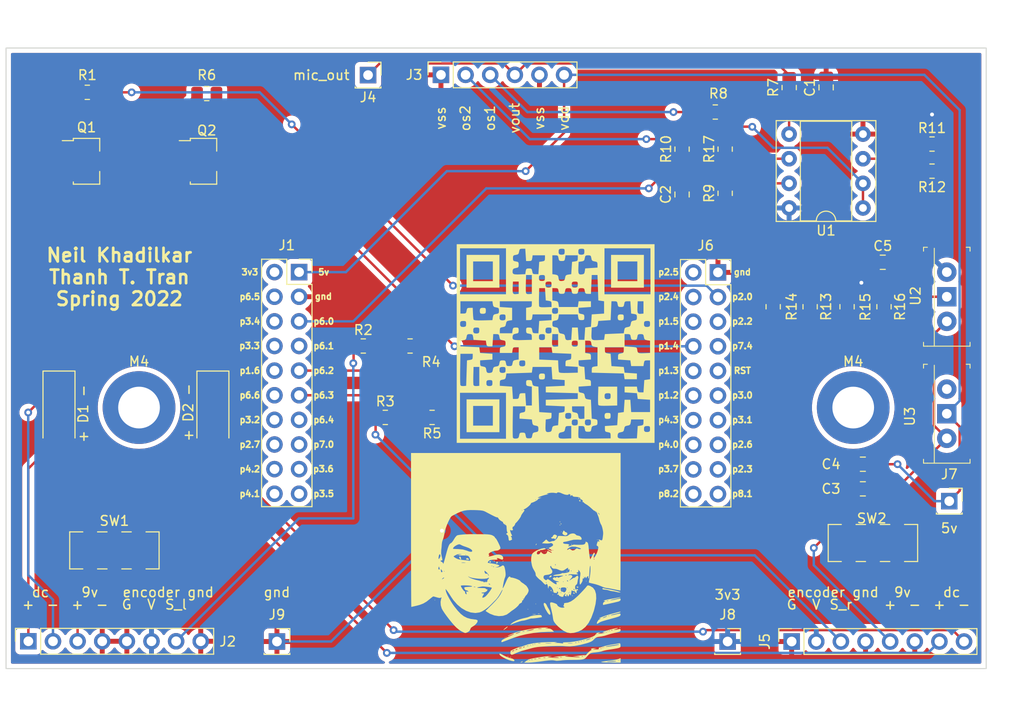
<source format=kicad_pcb>
(kicad_pcb (version 20211014) (generator pcbnew)
  (layers (0 "F.Cu" signal) (31 "B.Cu" signal) (34 "B.Paste" user) (35 "F.Paste" user) (36 "B.SilkS" user "B.Silkscreen") (37 "F.SilkS" user "F.Silkscreen") (38 "B.Mask" user) (39 "F.Mask" user) (44 "Edge.Cuts" user))
  (net 0 "")
  (net 1 "Net-(C3-Pad1)")
  (net 2 "GND")
  (net 3 "5V")
  (net 4 "Net-(Q1-Pad1)")
  (net 5 "Net-(Q2-Pad1)")
  (net 6 "P2.0")
  (net 7 "P6.2")
  (net 8 "P6.3")
  (net 9 "P1.4")
  (net 10 "Net-(C1-Pad1)")
  (net 11 "MIC_OUT")
  (net 12 "OS1")
  (net 13 "Net-(C2-Pad1)")
  (net 14 "Net-(R17-Pad1)")
  (net 15 "P6.0")
  (net 16 "HALF_RAIL")
  (net 17 "Net-(R11-Pad1)")
  (net 18 "Net-(R13-Pad2)")
  (net 19 "3.3V")
  (net 21 "Sl")
  (net 36 "Sr")
  (net 54 "dc -l")
  (net 55 "dc +l")
  (net 56 "9v +l")
  (net 57 "9v +r")
  (net 58 "dc -r")
  (footprint "Connector_PinSocket_2.54mm:PinSocket_1x08_P2.54mm_Vertical" (layer "F.Cu") (at 250.19 152.4 90)
    (fp_text reference "J5" (at 0 -2.77 90) (layer "F.SilkS"))
    (fp_text value "Conn_01x08_Female")
    (pad "1" thru_hole rect (at 0 0 90) (size 1.7 1.7) (drill 1) (layers *.Cu *.Mask) (net 2 "GND"))
    (pad "2" thru_hole oval (at 0 2.54 90) (size 1.7 1.7) (drill 1) (layers *.Cu *.Mask) (net 19 "3.3V"))
    (pad "3" thru_hole oval (at 0 5.08 90) (size 1.7 1.7) (drill 1) (layers *.Cu *.Mask) (net 36 "Sr"))
    (pad "4" thru_hole oval (at 0 7.62 90) (size 1.7 1.7) (drill 1) (layers *.Cu *.Mask) (net 2 "GND"))
    (pad "5" thru_hole oval (at 0 10.16 90) (size 1.7 1.7) (drill 1) (layers *.Cu *.Mask) (net 57 "9v +r"))
    (pad "6" thru_hole oval (at 0 12.7 90) (size 1.7 1.7) (drill 1) (layers *.Cu *.Mask) (net 2 "GND"))
    (pad "7" thru_hole oval (at 0 15.24 90) (size 1.7 1.7) (drill 1) (layers *.Cu *.Mask) (net 55 "dc +l"))
    (pad "8" thru_hole oval (at 0 17.78 90) (size 1.7 1.7) (drill 1) (layers *.Cu *.Mask) (net 58 "dc -r"))
  )
  (footprint "Diode_SMD:D_SMA_Handsoldering" (layer "F.Cu") (at 174.625 128.905 -90)
    (fp_text reference "+ D1 -" (at 0 -2.499995 90) (layer "F.SilkS"))
    (fp_text value "DIODE")
    (pad "1" smd rect (at -2.5 0 270) (size 3.5 1.8) (layers "F.Cu" "F.Paste" "F.Mask") (net 54 "dc -l"))
    (pad "2" smd rect (at 2.5 0 270) (size 3.5 1.8) (layers "F.Cu" "F.Paste" "F.Mask") (net 55 "dc +l"))
  )
  (footprint "Neil_Thanh:Neil_Thanh_085" (layer "F.Cu") (at 221.742 143.764)
    (fp_text reference "G***" hide)
    (fp_text value "LOGO" hide)
  )
  (footprint "Capacitor_SMD:C_0805_2012Metric_Pad1.18x1.45mm_HandSolder" (layer "F.Cu") (at 259.588 113.284)
    (fp_text reference "C5" (at 0 -1.68) (layer "F.SilkS"))
    (fp_text value "10 uF")
    (pad "1" smd roundrect (at -1.0375 0) (size 1.175 1.45) (layers "F.Cu" "F.Paste" "F.Mask") (roundrect_rratio 0.212766) (net 19 "3.3V"))
    (pad "2" smd roundrect (at 1.0375 0) (size 1.175 1.45) (layers "F.Cu" "F.Paste" "F.Mask") (roundrect_rratio 0.212766) (net 2 "GND"))
  )
  (footprint "sixteen_b_car:SW_DPDT_CK_JS202011JCQN" (layer "F.Cu") (at 258.572 142.24)
    (fp_text reference "SW2" (at -0.127 -2.54) (layer "F.SilkS"))
    (fp_text value "SW_DIP_x01")
    (pad "1" smd rect (at -2.5 -1.2) (size 1 1.6) (layers "F.Cu" "F.Paste" "F.Mask") (net 57 "9v +r"))
    (pad "2" smd rect (at 0 -1.2) (size 1 1.6) (layers "F.Cu" "F.Paste" "F.Mask") (net 1 "Net-(C3-Pad1)"))
    (pad "3" smd rect (at 2.5 -1.2) (size 1 1.6) (layers "F.Cu" "F.Paste" "F.Mask"))
    (pad "4" smd rect (at -2.5 1.2) (size 1 1.6) (layers "F.Cu" "F.Paste" "F.Mask"))
    (pad "5" smd rect (at 0 1.2) (size 1 1.6) (layers "F.Cu" "F.Paste" "F.Mask"))
    (pad "6" smd rect (at 2.5 1.2) (size 1 1.6) (layers "F.Cu" "F.Paste" "F.Mask"))
  )
  (footprint "MountingHole:MountingHole_4.3mm_M4_DIN965_Pad" (layer "F.Cu") (at 256.54 128.27)
    (fp_text reference "M4" (at 0 -4.750003) (layer "F.SilkS"))
    (fp_text value "MountingHole_4.3mm_M4_DIN965_Pad")
    (pad "1" thru_hole circle (at 0 0) (size 7.5 7.5) (drill 4.3) (layers *.Cu *.Mask))
  )
  (footprint "Resistor_SMD:R_0805_2012Metric_Pad1.20x1.40mm_HandSolder" (layer "F.Cu") (at 243.332 106.172 90)
    (fp_text reference "R9" (at 0 -1.65 90) (layer "F.SilkS"))
    (fp_text value "1 kOhms")
    (pad "1" smd roundrect (at -1 0 90) (size 1.2 1.4) (layers "F.Cu" "F.Paste" "F.Mask") (roundrect_rratio 0.208333) (net 13 "Net-(C2-Pad1)"))
    (pad "2" smd roundrect (at 1 0 90) (size 1.2 1.4) (layers "F.Cu" "F.Paste" "F.Mask") (roundrect_rratio 0.208333) (net 14 "Net-(R17-Pad1)"))
  )
  (footprint "sixteen_b_car:SW_DPDT_CK_JS202011JCQN" (layer "F.Cu") (at 180.34 143.002)
    (fp_text reference "SW1" (at 0 -3.05) (layer "F.SilkS"))
    (fp_text value "SW_DIP_x01")
    (pad "1" smd rect (at -2.5 -1.2) (size 1 1.6) (layers "F.Cu" "F.Paste" "F.Mask") (net 56 "9v +l"))
    (pad "2" smd rect (at 0 -1.2) (size 1 1.6) (layers "F.Cu" "F.Paste" "F.Mask") (net 55 "dc +l"))
    (pad "3" smd rect (at 2.5 -1.2) (size 1 1.6) (layers "F.Cu" "F.Paste" "F.Mask"))
    (pad "4" smd rect (at -2.5 1.2) (size 1 1.6) (layers "F.Cu" "F.Paste" "F.Mask"))
    (pad "5" smd rect (at 0 1.2) (size 1 1.6) (layers "F.Cu" "F.Paste" "F.Mask"))
    (pad "6" smd rect (at 2.5 1.2) (size 1 1.6) (layers "F.Cu" "F.Paste" "F.Mask"))
  )
  (footprint "Connector_PinSocket_2.54mm:PinSocket_1x06_P2.54mm_Vertical" (layer "F.Cu") (at 214.02 93.955 90)
    (fp_text reference "J3" (at 0 -2.77 180) (layer "F.SilkS"))
    (fp_text value "Conn_01x06_Female")
    (pad "1" thru_hole rect (at 0 0 90) (size 1.7 1.7) (drill 1) (layers *.Cu *.Mask) (net 2 "GND"))
    (pad "2" thru_hole oval (at 0 2.54 90) (size 1.7 1.7) (drill 1) (layers *.Cu *.Mask) (net 16 "HALF_RAIL"))
    (pad "3" thru_hole oval (at 0 5.08 90) (size 1.7 1.7) (drill 1) (layers *.Cu *.Mask) (net 12 "OS1"))
    (pad "4" thru_hole oval (at 0 7.62 90) (size 1.7 1.7) (drill 1) (layers *.Cu *.Mask) (net 11 "MIC_OUT"))
    (pad "5" thru_hole oval (at 0 10.16 90) (size 1.7 1.7) (drill 1) (layers *.Cu *.Mask) (net 2 "GND"))
    (pad "6" thru_hole oval (at 0 12.7 90) (size 1.7 1.7) (drill 1) (layers *.Cu *.Mask) (net 3 "5V"))
  )
  (footprint "Diode_SMD:D_SMA_Handsoldering" (layer "F.Cu") (at 190.5 128.905 -90)
    (fp_text reference "+ D2 -" (at -0.127 2.54 90) (layer "F.SilkS"))
    (fp_text value "DIODE")
    (pad "1" smd rect (at -2.5 0 270) (size 3.5 1.8) (layers "F.Cu" "F.Paste" "F.Mask") (net 58 "dc -r"))
    (pad "2" smd rect (at 2.5 0 270) (size 3.5 1.8) (layers "F.Cu" "F.Paste" "F.Mask") (net 55 "dc +l"))
  )
  (footprint "Resistor_SMD:R_0805_2012Metric_Pad1.20x1.40mm_HandSolder" (layer "F.Cu") (at 177.546 95.758 180)
    (fp_text reference "R1" (at 0 1.778) (layer "F.SilkS"))
    (fp_text value "1.5 kOhms")
    (pad "1" smd roundrect (at -1 0 180) (size 1.2 1.4) (layers "F.Cu" "F.Paste" "F.Mask") (roundrect_rratio 0.208333) (net 6 "P2.0"))
    (pad "2" smd roundrect (at 1 0 180) (size 1.2 1.4) (layers "F.Cu" "F.Paste" "F.Mask") (roundrect_rratio 0.208333) (net 4 "Net-(Q1-Pad1)"))
  )
  (footprint "Package_TO_SOT_SMD:SOT-89-3_Handsoldering" (layer "F.Cu") (at 177.165 102.87)
    (fp_text reference "Q1" (at 0.3 -3.5) (layer "F.SilkS"))
    (fp_text value "Q_NPN_BCE")
    (pad "1" smd rect (at -2.15 -1.5) (size 2.3 0.9) (layers "F.Cu" "F.Paste" "F.Mask") (net 4 "Net-(Q1-Pad1)"))
    (pad "2" smd custom (at -2.0625 0) (size 2.475 0.9) (layers "F.Cu" "F.Paste" "F.Mask") (net 54 "dc -l") (options (clearance outline) (anchor rect)) (primitives (gr_poly (pts (xy 5.3625 0.8665) (xy 1.2375 0.8665) (xy 1.2375 -0.8665) (xy 5.3625 -0.8665)) (width 0) (fill yes))))
    (pad "3" smd rect (at -2.15 1.5) (size 2.3 0.9) (layers "F.Cu" "F.Paste" "F.Mask") (net 2 "GND"))
  )
  (footprint "Capacitor_SMD:C_0805_2012Metric_Pad1.18x1.45mm_HandSolder" (layer "F.Cu") (at 257.5345 134.112 180)
    (fp_text reference "C4" (at 3.2805 0) (layer "F.SilkS"))
    (fp_text value "100 nF")
    (pad "1" smd roundrect (at -1.0375 0 180) (size 1.175 1.45) (layers "F.Cu" "F.Paste" "F.Mask") (roundrect_rratio 0.212766) (net 3 "5V"))
    (pad "2" smd roundrect (at 1.0375 0 180) (size 1.175 1.45) (layers "F.Cu" "F.Paste" "F.Mask") (roundrect_rratio 0.212766) (net 2 "GND"))
  )
  (footprint "Resistor_SMD:R_0805_2012Metric_Pad1.20x1.40mm_HandSolder" (layer "F.Cu") (at 249.936 95.266 90)
    (fp_text reference "R7" (at 0 -1.65 90) (layer "F.SilkS"))
    (fp_text value "40 kOhms")
    (pad "1" smd roundrect (at -1 0 90) (size 1.2 1.4) (layers "F.Cu" "F.Paste" "F.Mask") (roundrect_rratio 0.208333) (net 10 "Net-(C1-Pad1)"))
    (pad "2" smd roundrect (at 1 0 90) (size 1.2 1.4) (layers "F.Cu" "F.Paste" "F.Mask") (roundrect_rratio 0.208333) (net 11 "MIC_OUT"))
  )
  (footprint "MountingHole:MountingHole_4.3mm_M4_DIN965_Pad" (layer "F.Cu") (at 182.88 128.27)
    (fp_text reference "M4" (at 0 -4.750003) (layer "F.SilkS"))
    (fp_text value "MountingHole_4.3mm_M4_DIN965_Pad")
    (pad "1" thru_hole circle (at 0 0) (size 7.5 7.5) (drill 4.3) (layers *.Cu *.Mask))
  )
  (footprint "Connector_PinSocket_2.54mm:PinSocket_1x01_P2.54mm_Vertical" (layer "F.Cu") (at 197.104 152.4)
    (fp_text reference "J9" (at 0 -2.77) (layer "F.SilkS"))
    (fp_text value "Conn_01x01_Female")
    (pad "1" thru_hole rect (at 0 0) (size 1.7 1.7) (drill 1) (layers *.Cu *.Mask) (net 2 "GND"))
  )
  (footprint "Resistor_SMD:R_0805_2012Metric_Pad1.20x1.40mm_HandSolder" (layer "F.Cu") (at 206.01 121.92)
    (fp_text reference "R2" (at 0 -1.65) (layer "F.SilkS"))
    (fp_text value "1 kOhms")
    (pad "1" smd roundrect (at -1 0) (size 1.2 1.4) (layers "F.Cu" "F.Paste" "F.Mask") (roundrect_rratio 0.208333) (net 21 "Sl"))
    (pad "2" smd roundrect (at 1 0) (size 1.2 1.4) (layers "F.Cu" "F.Paste" "F.Mask") (roundrect_rratio 0.208333) (net 7 "P6.2"))
  )
  (footprint "Neil_Thanh:github_qr" (layer "F.Cu") (at 225.806 121.666)
    (fp_text reference "G***" hide)
    (fp_text value "LOGO" hide)
  )
  (footprint "Resistor_SMD:R_0805_2012Metric_Pad1.20x1.40mm_HandSolder" (layer "F.Cu") (at 252.095 117.872 -90)
    (fp_text reference "R13" (at 0 -1.65 90) (layer "F.SilkS"))
    (fp_text value "1 kOhms")
    (pad "1" smd roundrect (at -1 0 270) (size 1.2 1.4) (layers "F.Cu" "F.Paste" "F.Mask") (roundrect_rratio 0.208333) (net 19 "3.3V"))
    (pad "2" smd roundrect (at 1 0 270) (size 1.2 1.4) (layers "F.Cu" "F.Paste" "F.Mask") (roundrect_rratio 0.208333) (net 18 "Net-(R13-Pad2)"))
  )
  (footprint "Resistor_SMD:R_0805_2012Metric_Pad1.20x1.40mm_HandSolder" (layer "F.Cu") (at 213.106 129.286 180)
    (fp_text reference "R5" (at 0 -1.65) (layer "F.SilkS"))
    (fp_text value "2 kOhms")
    (pad "1" smd roundrect (at -1 0 180) (size 1.2 1.4) (layers "F.Cu" "F.Paste" "F.Mask") (roundrect_rratio 0.208333) (net 2 "GND"))
    (pad "2" smd roundrect (at 1 0 180) (size 1.2 1.4) (layers "F.Cu" "F.Paste" "F.Mask") (roundrect_rratio 0.208333) (net 8 "P6.3"))
  )
  (footprint "Connector_PinSocket_2.54mm:PinSocket_1x08_P2.54mm_Vertical" (layer "F.Cu") (at 171.465 152.375 90)
    (fp_text reference "J2" (at -0.025 20.559 180) (layer "F.SilkS"))
    (fp_text value "Conn_01x08_Female")
    (pad "1" thru_hole rect (at 0 0 90) (size 1.7 1.7) (drill 1) (layers *.Cu *.Mask) (net 55 "dc +l"))
    (pad "2" thru_hole oval (at 0 2.54 90) (size 1.7 1.7) (drill 1) (layers *.Cu *.Mask) (net 54 "dc -l"))
    (pad "3" thru_hole oval (at 0 5.08 90) (size 1.7 1.7) (drill 1) (layers *.Cu *.Mask) (net 56 "9v +l"))
    (pad "4" thru_hole oval (at 0 7.62 90) (size 1.7 1.7) (drill 1) (layers *.Cu *.Mask) (net 2 "GND"))
    (pad "5" thru_hole oval (at 0 10.16 90) (size 1.7 1.7) (drill 1) (layers *.Cu *.Mask) (net 2 "GND"))
    (pad "6" thru_hole oval (at 0 12.7 90) (size 1.7 1.7) (drill 1) (layers *.Cu *.Mask) (net 19 "3.3V"))
    (pad "7" thru_hole oval (at 0 15.24 90) (size 1.7 1.7) (drill 1) (layers *.Cu *.Mask) (net 21 "Sl"))
    (pad "8" thru_hole oval (at 0 17.78 90) (size 1.7 1.7) (drill 1) (layers *.Cu *.Mask) (net 2 "GND"))
  )
  (footprint "Resistor_SMD:R_0805_2012Metric_Pad1.20x1.40mm_HandSolder" (layer "F.Cu") (at 255.905 117.872 -90)
    (fp_text reference "R15" (at 0.033256 -1.89 90) (layer "F.SilkS"))
    (fp_text value "1 kOhms")
    (pad "1" smd roundrect (at -1 0 270) (size 1.2 1.4) (layers "F.Cu" "F.Paste" "F.Mask") (roundrect_rratio 0.208333) (net 19 "3.3V"))
    (pad "2" smd roundrect (at 1 0 270) (size 1.2 1.4) (layers "F.Cu" "F.Paste" "F.Mask") (roundrect_rratio 0.208333) (net 18 "Net-(R13-Pad2)"))
  )
  (footprint "Connector_PinSocket_2.54mm:PinSocket_2x10_P2.54mm_Vertical" (layer "F.Cu") (at 242.59 114.33)
    (fp_text reference "J6" (at -1.27 -2.77) (layer "F.SilkS"))
    (fp_text value "Conn_02x10_Odd_Even")
    (pad "1" thru_hole rect (at 0 0) (size 1.7 1.7) (drill 1) (layers *.Cu *.Mask) (net 2 "GND"))
    (pad "2" thru_hole oval (at -2.54 0) (size 1.7 1.7) (drill 1) (layers *.Cu *.Mask))
    (pad "3" thru_hole oval (at 0 2.54) (size 1.7 1.7) (drill 1) (layers *.Cu *.Mask) (net 6 "P2.0"))
    (pad "4" thru_hole oval (at -2.54 2.54) (size 1.7 1.7) (drill 1) (layers *.Cu *.Mask))
    (pad "5" thru_hole oval (at 0 5.08) (size 1.7 1.7) (drill 1) (layers *.Cu *.Mask))
    (pad "6" thru_hole oval (at -2.54 5.08) (size 1.7 1.7) (drill 1) (layers *.Cu *.Mask))
    (pad "7" thru_hole oval (at 0 7.62) (size 1.7 1.7) (drill 1) (layers *.Cu *.Mask))
    (pad "8" thru_hole oval (at -2.54 7.62) (size 1.7 1.7) (drill 1) (layers *.Cu *.Mask) (net 9 "P1.4"))
    (pad "9" thru_hole oval (at 0 10.16) (size 1.7 1.7) (drill 1) (layers *.Cu *.Mask))
    (pad "10" thru_hole oval (at -2.54 10.16) (size 1.7 1.7) (drill 1) (layers *.Cu *.Mask))
    (pad "11" thru_hole oval (at 0 12.7) (size 1.7 1.7) (drill 1) (layers *.Cu *.Mask))
    (pad "12" thru_hole oval (at -2.54 12.7) (size 1.7 1.7) (drill 1) (layers *.Cu *.Mask))
    (pad "13" thru_hole oval (at 0 15.24) (size 1.7 1.7) (drill 1) (layers *.Cu *.Mask))
    (pad "14" thru_hole oval (at -2.54 15.24) (size 1.7 1.7) (drill 1) (layers *.Cu *.Mask))
    (pad "15" thru_hole oval (at 0 17.78) (size 1.7 1.7) (drill 1) (layers *.Cu *.Mask))
    (pad "16" thru_hole oval (at -2.54 17.78) (size 1.7 1.7) (drill 1) (layers *.Cu *.Mask))
    (pad "17" thru_hole oval (at 0 20.32) (size 1.7 1.7) (drill 1) (layers *.Cu *.Mask))
    (pad "18" thru_hole oval (at -2.54 20.32) (size 1.7 1.7) (drill 1) (layers *.Cu *.Mask))
    (pad "19" thru_hole oval (at 0 22.86) (size 1.7 1.7) (drill 1) (layers *.Cu *.Mask))
    (pad "20" thru_hole oval (at -2.54 22.86) (size 1.7 1.7) (drill 1) (layers *.Cu *.Mask))
  )
  (footprint "Connector_PinSocket_2.54mm:PinSocket_2x10_P2.54mm_Vertical" (layer "F.Cu") (at 199.39 114.3)
    (fp_text reference "J1" (at -1.27 -2.77) (layer "F.SilkS"))
    (fp_text value "Conn_02x10_Odd_Even")
    (pad "1" thru_hole rect (at 0 0) (size 1.7 1.7) (drill 1) (layers *.Cu *.Mask) (net 3 "5V"))
    (pad "2" thru_hole oval (at -2.54 0) (size 1.7 1.7) (drill 1) (layers *.Cu *.Mask))
    (pad "3" thru_hole oval (at 0 2.54) (size 1.7 1.7) (drill 1) (layers *.Cu *.Mask) (net 2 "GND"))
    (pad "4" thru_hole oval (at -2.54 2.54) (size 1.7 1.7) (drill 1) (layers *.Cu *.Mask))
    (pad "5" thru_hole oval (at 0 5.08) (size 1.7 1.7) (drill 1) (layers *.Cu *.Mask) (net 15 "P6.0"))
    (pad "6" thru_hole oval (at -2.54 5.08) (size 1.7 1.7) (drill 1) (layers *.Cu *.Mask))
    (pad "7" thru_hole oval (at 0 7.62) (size 1.7 1.7) (drill 1) (layers *.Cu *.Mask))
    (pad "8" thru_hole oval (at -2.54 7.62) (size 1.7 1.7) (drill 1) (layers *.Cu *.Mask))
    (pad "9" thru_hole oval (at 0 10.16) (size 1.7 1.7) (drill 1) (layers *.Cu *.Mask) (net 7 "P6.2"))
    (pad "10" thru_hole oval (at -2.54 10.16) (size 1.7 1.7) (drill 1) (layers *.Cu *.Mask))
    (pad "11" thru_hole oval (at 0 12.7) (size 1.7 1.7) (drill 1) (layers *.Cu *.Mask) (net 8 "P6.3"))
    (pad "12" thru_hole oval (at -2.54 12.7) (size 1.7 1.7) (drill 1) (layers *.Cu *.Mask))
    (pad "13" thru_hole oval (at 0 15.24) (size 1.7 1.7) (drill 1) (layers *.Cu *.Mask))
    (pad "14" thru_hole oval (at -2.54 15.24) (size 1.7 1.7) (drill 1) (layers *.Cu *.Mask))
    (pad "15" thru_hole oval (at 0 17.78) (size 1.7 1.7) (drill 1) (layers *.Cu *.Mask))
    (pad "16" thru_hole oval (at -2.54 17.78) (size 1.7 1.7) (drill 1) (layers *.Cu *.Mask))
    (pad "17" thru_hole oval (at 0 20.32) (size 1.7 1.7) (drill 1) (layers *.Cu *.Mask))
    (pad "18" thru_hole oval (at -2.54 20.32) (size 1.7 1.7) (drill 1) (layers *.Cu *.Mask))
    (pad "19" thru_hole oval (at 0 22.86) (size 1.7 1.7) (drill 1) (layers *.Cu *.Mask))
    (pad "20" thru_hole oval (at -2.54 22.86) (size 1.7 1.7) (drill 1) (layers *.Cu *.Mask))
  )
  (footprint "Resistor_SMD:R_0805_2012Metric_Pad1.20x1.40mm_HandSolder" (layer "F.Cu") (at 243.332 101.616 90)
    (fp_text reference "R17" (at 0 -1.65 90) (layer "F.SilkS"))
    (fp_text value "1 kOhms")
    (pad "1" smd roundrect (at -1 0 90) (size 1.2 1.4) (layers "F.Cu" "F.Paste" "F.Mask") (roundrect_rratio 0.208333) (net 14 "Net-(R17-Pad1)"))
    (pad "2" smd roundrect (at 1 0 90) (size 1.2 1.4) (layers "F.Cu" "F.Paste" "F.Mask") (roundrect_rratio 0.208333) (net 16 "HALF_RAIL"))
  )
  (footprint "Resistor_SMD:R_0805_2012Metric_Pad1.20x1.40mm_HandSolder" (layer "F.Cu") (at 189.865 95.885 180)
    (fp_text reference "R6" (at 0 1.905) (layer "F.SilkS"))
    (fp_text value "1.5 kOhms")
    (pad "1" smd roundrect (at -1 0 180) (size 1.2 1.4) (layers "F.Cu" "F.Paste" "F.Mask") (roundrect_rratio 0.208333) (net 9 "P1.4"))
    (pad "2" smd roundrect (at 1 0 180) (size 1.2 1.4) (layers "F.Cu" "F.Paste" "F.Mask") (roundrect_rratio 0.208333) (net 5 "Net-(Q2-Pad1)"))
  )
  (footprint "Resistor_SMD:R_0805_2012Metric_Pad1.20x1.40mm_HandSolder" (layer "F.Cu") (at 264.668 103.886 180)
    (fp_text reference "R12" (at 0 -1.65) (layer "F.SilkS"))
    (fp_text value "10 kOhms")
    (pad "1" smd roundrect (at -1 0 180) (size 1.2 1.4) (layers "F.Cu" "F.Paste" "F.Mask") (roundrect_rratio 0.208333) (net 2 "GND"))
    (pad "2" smd roundrect (at 1 0 180) (size 1.2 1.4) (layers "F.Cu" "F.Paste" "F.Mask") (roundrect_rratio 0.208333) (net 17 "Net-(R11-Pad1)"))
  )
  (footprint "digikey-footprints:TO-220-3" (layer "F.Cu") (at 266.192 119.38 90)
    (fp_text reference "U2" (at 2.62 -3.22 90) (layer "F.SilkS"))
    (fp_text value "LM317T")
    (pad "1" thru_hole circle (at 0 0 90) (size 2 2) (drill 1) (layers *.Cu *.Mask) (net 1 "Net-(C3-Pad1)"))
    (pad "2" thru_hole rect (at 2.54 0 90) (size 2 2) (drill 1) (layers *.Cu *.Mask) (net 18 "Net-(R13-Pad2)"))
    (pad "3" thru_hole circle (at 5.08 0 90) (size 2 2) (drill 1) (layers *.Cu *.Mask) (net 19 "3.3V"))
  )
  (footprint "Resistor_SMD:R_0805_2012Metric_Pad1.20x1.40mm_HandSolder" (layer "F.Cu") (at 208.28 129.286)
    (fp_text reference "R3" (at 0 -1.65) (layer "F.SilkS"))
    (fp_text value "1 kOhms")
    (pad "1" smd roundrect (at -1 0) (size 1.2 1.4) (layers "F.Cu" "F.Paste" "F.Mask") (roundrect_rratio 0.208333) (net 36 "Sr"))
    (pad "2" smd roundrect (at 1 0) (size 1.2 1.4) (layers "F.Cu" "F.Paste" "F.Mask") (roundrect_rratio 0.208333) (net 8 "P6.3"))
  )
  (footprint "Package_TO_SOT_SMD:SOT-89-3_Handsoldering" (layer "F.Cu") (at 189.23 102.87)
    (fp_text reference "Q2" (at 0.635 -3.175 180) (layer "F.SilkS"))
    (fp_text value "Q_NPN_BCE")
    (pad "1" smd rect (at -2.15 -1.5) (size 2.3 0.9) (layers "F.Cu" "F.Paste" "F.Mask") (net 5 "Net-(Q2-Pad1)"))
    (pad "2" smd custom (at -2.0625 0) (size 2.475 0.9) (layers "F.Cu" "F.Paste" "F.Mask") (net 58 "dc -r") (options (clearance outline) (anchor rect)) (primitives (gr_poly (pts (xy 5.3625 0.8665) (xy 1.2375 0.8665) (xy 1.2375 -0.8665) (xy 5.3625 -0.8665)) (width 0) (fill yes))))
    (pad "3" smd rect (at -2.15 1.5) (size 2.3 0.9) (layers "F.Cu" "F.Paste" "F.Mask") (net 2 "GND"))
  )
  (footprint "Capacitor_SMD:C_0805_2012Metric_Pad1.18x1.45mm_HandSolder" (layer "F.Cu") (at 238.887 106.2935 90)
    (fp_text reference "C2" (at 0 -1.68 90) (layer "F.SilkS"))
    (fp_text value "100 nF")
    (pad "1" smd roundrect (at -1.0375 0 90) (size 1.175 1.45) (layers "F.Cu" "F.Paste" "F.Mask") (roundrect_rratio 0.212766) (net 13 "Net-(C2-Pad1)"))
    (pad "2" smd roundrect (at 1.0375 0 90) (size 1.175 1.45) (layers "F.Cu" "F.Paste" "F.Mask") (roundrect_rratio 0.212766) (net 15 "P6.0"))
  )
  (footprint "Resistor_SMD:R_0805_2012Metric_Pad1.20x1.40mm_HandSolder" (layer "F.Cu") (at 259.715 117.872 -90)
    (fp_text reference "R16" (at 0 -1.65 90) (layer "F.SilkS"))
    (fp_text value "2 kOhms")
    (pad "1" smd roundrect (at -1 0 270) (size 1.2 1.4) (layers "F.Cu" "F.Paste" "F.Mask") (roundrect_rratio 0.208333) (net 18 "Net-(R13-Pad2)"))
    (pad "2" smd roundrect (at 1 0 270) (size 1.2 1.4) (layers "F.Cu" "F.Paste" "F.Mask") (roundrect_rratio 0.208333) (net 2 "GND"))
  )
  (footprint "sixteen_b_car:lm6482_pdip" (layer "F.Cu") (at 257.546 107.686 180)
    (fp_text reference "U1" (at 3.81 -2.33) (layer "F.SilkS"))
    (fp_text value "LM6482IN/NOPB")
    (pad "1" thru_hole circle (at 0 0 180) (size 1.6 1.6) (drill 0.8) (layers *.Cu *.Mask) (net 16 "HALF_RAIL"))
    (pad "2" thru_hole oval (at 0 2.54 180) (size 1.6 1.6) (drill 0.8) (layers *.Cu *.Mask) (net 16 "HALF_RAIL"))
    (pad "3" thru_hole oval (at 0 5.08 180) (size 1.6 1.6) (drill 0.8) (layers *.Cu *.Mask) (net 17 "Net-(R11-Pad1)"))
    (pad "4" thru_hole oval (at 0 7.62 180) (size 1.6 1.6) (drill 0.8) (layers *.Cu *.Mask) (net 2 "GND"))
    (pad "5" thru_hole oval (at 7.62 7.62 180) (size 1.6 1.6) (drill 0.8) (layers *.Cu *.Mask) (net 10 "Net-(C1-Pad1)"))
    (pad "6" thru_hole oval (at 7.62 5.08 180) (size 1.6 1.6) (drill 0.8) (layers *.Cu *.Mask) (net 14 "Net-(R17-Pad1)"))
    (pad "7" thru_hole oval (at 7.62 2.54 180) (size 1.6 1.6) (drill 0.8) (layers *.Cu *.Mask) (net 13 "Net-(C2-Pad1)"))
    (pad "8" thru_hole oval (at 7.62 0 180) (size 1.6 1.6) (drill 0.8) (layers *.Cu *.Mask) (net 19 "3.3V"))
  )
  (footprint "Resistor_SMD:R_0805_2012Metric_Pad1.20x1.40mm_HandSolder" (layer "F.Cu") (at 248.285 117.872 90)
    (fp_text reference "R14" (at 0 1.905 90) (layer "F.SilkS"))
    (fp_text value "1.5 kOhms")
    (pad "1" smd roundrect (at -1 0 90) (size 1.2 1.4) (layers "F.Cu" "F.Paste" "F.Mask") (roundrect_rratio 0.208333) (net 18 "Net-(R13-Pad2)"))
    (pad "2" smd roundrect (at 1 0 90) (size 1.2 1.4) (layers "F.Cu" "F.Paste" "F.Mask") (roundrect_rratio 0.208333) (net 2 "GND"))
  )
  (footprint "Connector_PinSocket_2.54mm:PinSocket_1x01_P2.54mm_Vertical" (layer "F.Cu") (at 206.502 93.98)
    (fp_text reference "J4" (at 0 2.286) (layer "F.SilkS"))
    (fp_text value "Conn_01x01_Female")
    (pad "1" thru_hole rect (at 0 0) (size 1.7 1.7) (drill 1) (layers *.Cu *.Mask) (net 11 "MIC_OUT"))
  )
  (footprint "Resistor_SMD:R_0805_2012Metric_Pad1.20x1.40mm_HandSolder" (layer "F.Cu") (at 264.668 101.092)
    (fp_text reference "R11" (at 0 -1.65) (layer "F.SilkS"))
    (fp_text value "10 kOhms")
    (pad "1" smd roundrect (at -1 0) (size 1.2 1.4) (layers "F.Cu" "F.Paste" "F.Mask") (roundrect_rratio 0.208333) (net 17 "Net-(R11-Pad1)"))
    (pad "2" smd roundrect (at 1 0) (size 1.2 1.4) (layers "F.Cu" "F.Paste" "F.Mask") (roundrect_rratio 0.208333) (net 19 "3.3V"))
  )
  (footprint "Connector_PinSocket_2.54mm:PinSocket_1x01_P2.54mm_Vertical" (layer "F.Cu") (at 266.446 137.922)
    (fp_text reference "J7" (at 0 -2.77) (layer "F.SilkS"))
    (fp_text value "Conn_01x01_Female")
    (pad "1" thru_hole rect (at 0 0) (size 1.7 1.7) (drill 1) (layers *.Cu *.Mask) (net 3 "5V"))
  )
  (footprint "Connector_PinSocket_2.54mm:PinSocket_1x01_P2.54mm_Vertical" (layer "F.Cu") (at 243.586 152.4)
    (fp_text reference "J8" (at 0 -2.77) (layer "F.SilkS"))
    (fp_text value "Conn_01x01_Female")
    (pad "1" thru_hole rect (at 0 0) (size 1.7 1.7) (drill 1) (layers *.Cu *.Mask) (net 19 "3.3V"))
  )
  (footprint "Capacitor_SMD:C_0805_2012Metric_Pad1.18x1.45mm_HandSolder" (layer "F.Cu") (at 253.746 95.25 90)
    (fp_text reference "C1" (at 0 -1.68 90) (layer "F.SilkS"))
    (fp_text value "100 nF")
    (pad "1" smd roundrect (at -1.0375 0 90) (size 1.175 1.45) (layers "F.Cu" "F.Paste" "F.Mask") (roundrect_rratio 0.212766) (net 10 "Net-(C1-Pad1)"))
    (pad "2" smd roundrect (at 1.0375 0 90) (size 1.175 1.45) (layers "F.Cu" "F.Paste" "F.Mask") (roundrect_rratio 0.212766) (net 2 "GND"))
  )
  (footprint "digikey-footprints:TO-220-3" (layer "F.Cu") (at 266.192 131.445 90)
    (fp_text reference "U3" (at 2.258256 -3.81 90) (layer "F.SilkS"))
    (fp_text value "LM317T")
    (pad "1" thru_hole circle (at 0 0 90) (size 2 2) (drill 1) (layers *.Cu *.Mask) (net 1 "Net-(C3-Pad1)"))
    (pad "2" thru_hole rect (at 2.54 0 90) (size 2 2) (drill 1) (layers *.Cu *.Mask) (net 3 "5V"))
    (pad "3" thru_hole circle (at 5.08 0 90) (size 2 2) (drill 1) (layers *.Cu *.Mask))
  )
  (footprint "Resistor_SMD:R_0805_2012Metric_Pad1.20x1.40mm_HandSolder" (layer "F.Cu") (at 238.887 101.616 90)
    (fp_text reference "R10" (at 0 -1.65 90) (layer "F.SilkS"))
    (fp_text value "100 kOhms")
    (pad "1" smd roundrect (at -1 0 90) (size 1.2 1.4) (layers "F.Cu" "F.Paste" "F.Mask") (roundrect_rratio 0.208333) (net 15 "P6.0"))
    (pad "2" smd roundrect (at 1 0 90) (size 1.2 1.4) (layers "F.Cu" "F.Paste" "F.Mask") (roundrect_rratio 0.208333) (net 16 "HALF_RAIL"))
  )
  (footprint "Capacitor_SMD:C_0805_2012Metric_Pad1.18x1.45mm_HandSolder" (layer "F.Cu") (at 257.5345 136.652 180)
    (fp_text reference "C3" (at 3.2805 0) (layer "F.SilkS"))
    (fp_text value "100 nF")
    (pad "1" smd roundrect (at -1.0375 0 180) (size 1.175 1.45) (layers "F.Cu" "F.Paste" "F.Mask") (roundrect_rratio 0.212766) (net 1 "Net-(C3-Pad1)"))
    (pad "2" smd roundrect (at 1.0375 0 180) (size 1.175 1.45) (layers "F.Cu" "F.Paste" "F.Mask") (roundrect_rratio 0.212766) (net 2 "GND"))
  )
  (footprint "Resistor_SMD:R_0805_2012Metric_Pad1.20x1.40mm_HandSolder" (layer "F.Cu") (at 210.836 121.92 180)
    (fp_text reference "R4" (at -2.175 -1.65) (layer "F.SilkS"))
    (fp_text value "2 kOhms")
    (pad "1" smd roundrect (at -1 0 180) (size 1.2 1.4) (layers "F.Cu" "F.Paste" "F.Mask") (roundrect_rratio 0.208333) (net 2 "GND"))
    (pad "2" smd roundrect (at 1 0 180) (size 1.2 1.4) (layers "F.Cu" "F.Paste" "F.Mask") (roundrect_rratio 0.208333) (net 7 "P6.2"))
  )
  (footprint "Resistor_SMD:R_0805_2012Metric_Pad1.20x1.40mm_HandSolder" (layer "F.Cu") (at 242.316 97.79)
    (fp_text reference "R8" (at 0.318256 -1.905) (layer "F.SilkS"))
    (fp_text value "100 kOhms")
    (pad "1" smd roundrect (at -1 0) (size 1.2 1.4) (layers "F.Cu" "F.Paste" "F.Mask") (roundrect_rratio 0.208333) (net 12 "OS1"))
    (pad "2" smd roundrect (at 1 0) (size 1.2 1.4) (layers "F.Cu" "F.Paste" "F.Mask") (roundrect_rratio 0.208333) (net 16 "HALF_RAIL"))
  )
  (gr_rect (start 169.164 91.186) (end 270.256 155.194) (layer "Edge.Cuts") (width 0.1) (fill none))
  (gr_text "p3.6" (at 201.897615 134.602753) (layer "F.SilkS") (effects (font (size 0.635 0.635) (thickness 0.15875))))
  (gr_text "RST" (at 245.11 124.46) (layer "F.SilkS") (effects (font (size 0.635 0.635) (thickness 0.15875))))
  (gr_text "p4.3" (at 237.49 129.54) (layer "F.SilkS") (effects (font (size 0.635 0.635) (thickness 0.15875))))
  (gr_text "3v3" (at 243.586 147.574) (layer "F.SilkS") (effects (font (size 1 1))))
  (gr_text "vss" (at 213.995 98.425 90) (layer "F.SilkS") (effects (font (size 1 1))))
  (gr_text "+\n" (at 176.53 148.59) (layer "F.SilkS") (effects (font (size 1 1))))
  (gr_text "p6.6" (at 194.31 127) (layer "F.SilkS") (effects (font (size 0.635 0.635) (thickness 0.15875))))
  (gr_text "p7.0" (at 201.93 132.08) (layer "F.SilkS") (effects (font (size 0.635 0.635) (thickness 0.15875))))
  (gr_text "p3.2" (at 194.31 129.54) (layer "F.SilkS") (effects (font (size 0.635 0.635) (thickness 0.15875))))
  (gr_text "p3.4" (at 194.31 119.38) (layer "F.SilkS") (effects (font (size 0.635 0.635) (thickness 0.15875))))
  (gr_text "vout" (at 221.615 98.425 90) (layer "F.SilkS") (effects (font (size 1 1))))
  (gr_text "-" (at 179.07 148.59) (layer "F.SilkS") (effects (font (size 1 1))))
  (gr_text "encoder" (at 184.15 147.32) (layer "F.SilkS") (effects (font (size 1 1))))
  (gr_text "p4.0" (at 237.49 132.08) (layer "F.SilkS") (effects (font (size 0.635 0.635) (thickness 0.15875))))
  (gr_text "S_r" (at 255.27 148.59) (layer "F.SilkS") (effects (font (size 1 1))))
  (gr_text "G" (at 250.19 148.59) (layer "F.SilkS") (effects (font (size 1 1))))
  (gr_text "p4.2" (at 194.31 134.62) (layer "F.SilkS") (effects (font (size 0.635 0.635) (thickness 0.15875))))
  (gr_text "os2" (at 216.535 98.425 90) (layer "F.SilkS") (effects (font (size 1 1))))
  (gr_text "p6.1\n" (at 201.93 121.92) (layer "F.SilkS") (effects (font (size 0.635 0.635) (thickness 0.15875))))
  (gr_text "p6.3\n" (at 201.93 127) (layer "F.SilkS") (effects (font (size 0.635 0.635) (thickness 0.15875))))
  (gr_text "p3.1" (at 245.11 129.54) (layer "F.SilkS") (effects (font (size 0.635 0.635) (thickness 0.15875))))
  (gr_text "encoder" (at 252.73 147.32) (layer "F.SilkS") (effects (font (size 1 1))))
  (gr_text "p2.4" (at 237.49 116.84) (layer "F.SilkS") (effects (font (size 0.635 0.635) (thickness 0.15875))))
  (gr_text "p7.4" (at 245.11 121.92) (layer "F.SilkS") (effects (font (size 0.635 0.635) (thickness 0.15875))))
  (gr_text "p8.2" (at 237.49 137.16) (layer "F.SilkS") (effects (font (size 0.635 0.635) (thickness 0.15875))))
  (gr_text "+" (at 260.35 148.59) (layer "F.SilkS") (effects (font (size 1 1))))
  (gr_text "9v" (at 261.62 147.32) (layer "F.SilkS") (effects (font (size 1 1))))
  (gr_text "p3.5" (at 201.93 137.16) (layer "F.SilkS") (effects (font (size 0.635 0.635) (thickness 0.15875))))
  (gr_text "p3.3" (at 194.28521 121.898588) (layer "F.SilkS") (effects (font (size 0.635 0.635) (thickness 0.15875))))
  (gr_text "mic_out" (at 201.676 93.98) (layer "F.SilkS") (effects (font (size 1 1))))
  (gr_text "p3.0" (at 245.11 127) (layer "F.SilkS") (effects (font (size 0.635 0.635) (thickness 0.15875))))
  (gr_text "V" (at 184.15 148.59) (layer "F.SilkS") (effects (font (size 1 1))))
  (gr_text "p6.5" (at 194.31 116.84) (layer "F.SilkS") (effects (font (size 0.635 0.635) (thickness 0.15875))))
  (gr_text "Neil Khadilkar\nThanh T. Tran\nSpring 2022" (at 180.848 114.808) (layer "F.SilkS") (effects (font (size 1.397 1.397) (thickness 0.2794))))
  (gr_text "p1.3" (at 237.49 124.46) (layer "F.SilkS") (effects (font (size 0.635 0.635) (thickness 0.15875))))
  (gr_text "os1" (at 219.075 98.425 90) (layer "F.SilkS") (effects (font (size 1 1))))
  (gr_text "G" (at 181.61 148.59) (layer "F.SilkS") (effects (font (size 1 1))))
  (gr_text "p2.5" (at 237.49 114.3) (layer "F.SilkS") (effects (font (size 0.635 0.635) (thickness 0.15875))))
  (gr_text "p1.2" (at 237.49 127) (layer "F.SilkS") (effects (font (size 0.635 0.635) (thickness 0.15875))))
  (gr_text "p6.0" (at 201.93 119.38) (layer "F.SilkS") (effects (font (size 0.635 0.635) (thickness 0.15875))))
  (gr_text "p6.2" (at 201.93 124.46) (layer "F.SilkS") (effects (font (size 0.635 0.635) (thickness 0.15875))))
  (gr_text "p4.1" (at 194.31 137.16) (layer "F.SilkS") (effects (font (size 0.635 0.635) (thickness 0.15875))))
  (gr_text "p2.7" (at 194.31 132.08) (layer "F.SilkS") (effects (font (size 0.635 0.635) (thickness 0.15875))))
  (gr_text "p2.3" (at 245.11 134.62) (layer "F.SilkS") (effects (font (size 0.635 0.635) (thickness 0.15875))))
  (gr_text "gnd" (at 189.23 147.32) (layer "F.SilkS") (effects (font (size 1 1))))
  (gr_text "p2.2" (at 245.11 119.38) (layer "F.SilkS") (effects (font (size 0.635 0.635) (thickness 0.15875))))
  (gr_text "p1.4" (at 237.49 121.92) (layer "F.SilkS") (effects (font (size 0.635 0.635) (thickness 0.15875))))
  (gr_text "p2.0" (at 245.11 116.84) (layer "F.SilkS") (effects (font (size 0.635 0.635) (thickness 0.15875))))
  (gr_text "9v" (at 177.8 147.32) (layer "F.SilkS") (effects (font (size 1 1))))
  (gr_text "-\n" (at 262.89 148.59) (layer "F.SilkS") (effects (font (size 1 1))))
  (gr_text "+\n" (at 265.43 148.59) (layer "F.SilkS") (effects (font (size 1 1))))
  (gr_text "p6.4\n" (at 201.93 129.54) (layer "F.SilkS") (effects (font (size 0.635 0.635) (thickness 0.15875))))
  (gr_text "p8.1" (at 245.11 137.16) (layer "F.SilkS") (effects (font (size 0.635 0.635) (thickness 0.15875))))
  (gr_text "dc" (at 172.72 147.32) (layer "F.SilkS") (effects (font (size 1 1))))
  (gr_text "dc" (at 266.7 147.32) (layer "F.SilkS") (effects (font (size 1 1))))
  (gr_text "gnd" (at 197.104 147.32) (layer "F.SilkS") (effects (font (size 1 1))))
  (gr_text "-" (at 267.97 148.59) (layer "F.SilkS") (effects (font (size 1 1))))
  (gr_text "gnd" (at 245.11 114.3) (layer "F.SilkS") (effects (font (size 0.635 0.635))))
  (gr_text "p3.7" (at 237.479357 134.607249) (layer "F.SilkS") (effects (font (size 0.635 0.635) (thickness 0.15875))))
  (gr_text "+" (at 171.45 148.59) (layer "F.SilkS") (effects (font (size 1 1))))
  (gr_text "5v" (at 201.93 114.3) (layer "F.SilkS") (effects (font (size 0.635 0.635) (thickness 0.15875))))
  (gr_text "3v3" (at 194.31 114.3) (layer "F.SilkS") (effects (font (size 0.635 0.635))))
  (gr_text "S_l\n" (at 186.69 148.59) (layer "F.SilkS") (effects (font (size 1 1))))
  (gr_text "5v" (at 266.446 140.716) (layer "F.SilkS") (effects (font (size 1 1))))
  (gr_text "gnd\n" (at 257.81 147.32) (layer "F.SilkS") (effects (font (size 1 1))))
  (gr_text "V" (at 252.73 148.59) (layer "F.SilkS") (effects (font (size 1 1))))
  (gr_text "gnd" (at 201.897615 116.806853) (layer "F.SilkS") (effects (font (size 0.635 0.635) (thickness 0.15875))))
  (gr_text "-\n" (at 173.99 148.59) (layer "F.SilkS") (effects (font (size 1 1))))
  (gr_text "p2.6" (at 245.11 132.08) (layer "F.SilkS") (effects (font (size 0.635 0.635) (thickness 0.15875))))
  (gr_text "p1.6" (at 194.31 124.46) (layer "F.SilkS") (effects (font (size 0.635 0.635) (thickness 0.15875))))
  (gr_text "p1.5" (at 237.49 119.38) (layer "F.SilkS") (effects (font (size 0.635 0.635) (thickness 0.15875))))
  (gr_text "vdd" (at 226.695 98.425 90) (layer "F.SilkS") (effects (font (size 1 1))))
  (gr_text "vss" (at 224.155 98.425 90) (layer "F.SilkS") (effects (font (size 1 1))))
  (segment (start 264.867489 120.704511) (end 264.867489 130.120489) (width 0.25) (layer "F.Cu") (net 1))
  (segment (start 264.867489 130.120489) (end 266.192 131.445) (width 0.25) (layer "F.Cu") (net 1))
  (segment (start 258.572 136.652) (end 260.985 136.652) (width 0.25) (layer "F.Cu") (net 1))
  (segment (start 266.192 119.38) (end 264.867489 120.704511) (width 0.25) (layer "F.Cu") (net 1))
  (segment (start 260.985 136.652) (end 266.192 131.445) (width 0.25) (layer "F.Cu") (net 1))
  (segment (start 258.572 136.652) (end 258.572 141.04) (width 0.25) (layer "F.Cu") (net 1))
  (segment (start 214.122 140.97) (end 214.122 129.302) (width 0.25) (layer "F.Cu") (net 2))
  (segment (start 257.546 98.0125) (end 257.546 100.066) (width 0.25) (layer "F.Cu") (net 2))
  (segment (start 189.27 152.4) (end 189.245 152.375) (width 0.25) (layer "F.Cu") (net 2))
  (segment (start 214.122 129.302) (end 214.106 129.286) (width 0.25) (layer "F.Cu") (net 2))
  (segment (start 213.868 128.794) (end 213.884 128.778) (width 0.25) (layer "F.Cu") (net 2))
  (segment (start 253.746 94.2125) (end 257.546 98.0125) (width 0.25) (layer "F.Cu") (net 2))
  (via (at 214.122 140.97) (size 0.8) (drill 0.4) (layers "F.Cu" "B.Cu") (net 2))
  (segment (start 197.104 152.4) (end 202.692 152.4) (width 0.25) (layer "B.Cu") (net 2))
  (segment (start 202.692 152.4) (end 214.122 140.97) (width 0.25) (layer "B.Cu") (net 2))
  (segment (start 267.516511 130.229511) (end 266.192 128.905) (width 0.25) (layer "F.Cu") (net 3))
  (segment (start 258.572 134.112) (end 261.112 134.112) (width 0.25) (layer "F.Cu") (net 3))
  (segment (start 266.446 137.922) (end 267.516511 136.851489) (width 0.25) (layer "F.Cu") (net 3))
  (segment (start 226.72 99.924) (end 226.72 93.955) (width 0.25) (layer "F.Cu") (net 3))
  (segment (start 222.758 103.886) (end 226.72 99.924) (width 0.25) (layer "F.Cu") (net 3))
  (segment (start 267.516511 136.851489) (end 267.516511 130.229511) (width 0.25) (layer "F.Cu") (net 3))
  (via (at 261.112 134.112) (size 0.8) (drill 0.4) (layers "F.Cu" "B.Cu") (net 3))
  (via (at 222.758 103.886) (size 0.8) (drill 0.4) (layers "F.Cu" "B.Cu") (net 3))
  (segment (start 267.516511 97.590511) (end 267.516511 127.580489) (width 0.25) (layer "B.Cu") (net 3))
  (segment (start 263.881 93.955) (end 267.516511 97.590511) (width 0.25) (layer "B.Cu") (net 3))
  (segment (start 214.63 103.886) (end 222.758 103.886) (width 0.25) (layer "B.Cu") (net 3))
  (segment (start 261.112 134.112) (end 264.922 137.922) (width 0.25) (layer "B.Cu") (net 3))
  (segment (start 264.922 137.922) (end 266.446 137.922) (width 0.25) (layer "B.Cu") (net 3))
  (segment (start 226.72 93.955) (end 263.881 93.955) (width 0.25) (layer "B.Cu") (net 3))
  (segment (start 267.516511 127.580489) (end 266.192 128.905) (width 0.25) (layer "B.Cu") (net 3))
  (segment (start 204.216 114.3) (end 214.63 103.886) (width 0.25) (layer "B.Cu") (net 3))
  (segment (start 199.39 114.3) (end 204.216 114.3) (width 0.25) (layer "B.Cu") (net 3))
  (segment (start 175.015 101.37) (end 175.015 97.289) (width 0.25) (layer "F.Cu") (net 4))
  (segment (start 175.015 97.289) (end 176.546 95.758) (width 0.25) (layer "F.Cu") (net 4))
  (segment (start 188.865 95.885) (end 187.08 97.67) (width 0.25) (layer "F.Cu") (net 5))
  (segment (start 187.08 97.67) (end 187.08 101.37) (width 0.25) (layer "F.Cu") (net 5))
  (segment (start 198.628 99.06) (end 215.263489 115.695489) (width 0.25) (layer "F.Cu") (net 6))
  (segment (start 178.546 95.758) (end 182.118 95.758) (width 0.25) (layer "F.Cu") (net 6))
  (via (at 182.118 95.758) (size 0.8) (drill 0.4) (layers "F.Cu" "B.Cu") (net 6))
  (via (at 198.628 99.06) (size 0.8) (drill 0.4) (layers "F.Cu" "B.Cu") (net 6))
  (via (at 215.263489 115.695489) (size 0.8) (drill 0.4) (layers "F.Cu" "B.Cu") (net 6))
  (segment (start 182.118 95.758) (end 195.326 95.758) (width 0.25) (layer "B.Cu") (net 6))
  (segment (start 215.263489 115.695489) (end 241.415489 115.695489) (width 0.25) (layer "B.Cu") (net 6))
  (segment (start 195.326 95.758) (end 198.628 99.06) (width 0.25) (layer "B.Cu") (net 6))
  (segment (start 241.415489 115.695489) (end 242.59 116.87) (width 0.25) (layer "B.Cu") (net 6))
  (segment (start 208.534 121.92) (end 207.01 121.92) (width 0.25) (layer "F.Cu") (net 7))
  (segment (start 207.264 124.46) (end 199.39 124.46) (width 0.25) (layer "F.Cu") (net 7))
  (segment (start 208.534 123.19) (end 207.264 124.46) (width 0.25) (layer "F.Cu") (net 7))
  (segment (start 208.534 121.92) (end 208.534 123.19) (width 0.25) (layer "F.Cu") (net 7))
  (segment (start 209.836 121.92) (end 208.534 121.92) (width 0.25) (layer "F.Cu") (net 7))
  (segment (start 210.82 129.286) (end 210.82 127.762) (width 0.25) (layer "F.Cu") (net 8))
  (segment (start 210.82 127.762) (end 210.058 127) (width 0.25) (layer "F.Cu") (net 8))
  (segment (start 212.106 129.286) (end 210.82 129.286) (width 0.25) (layer "F.Cu") (net 8))
  (segment (start 210.058 127) (end 199.39 127) (width 0.25) (layer "F.Cu") (net 8))
  (segment (start 210.82 129.286) (end 209.28 129.286) (width 0.25) (layer "F.Cu") (net 8))
  (segment (start 190.865 95.885) (end 190.865 97.393) (width 0.25) (layer "F.Cu") (net 9))
  (segment (start 190.865 97.393) (end 215.422 121.95) (width 0.25) (layer "F.Cu") (net 9))
  (via (at 215.422 121.95) (size 0.8) (drill 0.4) (layers "F.Cu" "B.Cu") (net 9))
  (segment (start 215.422 121.95) (end 240.05 121.95) (width 0.25) (layer "B.Cu") (net 9))
  (segment (start 249.9575 96.2875) (end 253.746 96.2875) (width 0.25) (layer "F.Cu") (net 10))
  (segment (start 249.936 96.266) (end 249.926 96.276) (width 0.25) (layer "F.Cu") (net 10))
  (segment (start 249.936 96.266) (end 249.9575 96.2875) (width 0.25) (layer "F.Cu") (net 10))
  (segment (start 249.926 96.276) (end 249.926 100.066) (width 0.25) (layer "F.Cu") (net 10))
  (segment (start 206.502 93.98) (end 207.701511 92.780489) (width 0.25) (layer "F.Cu") (net 11))
  (segment (start 222.814511 92.780489) (end 248.720489 92.780489) (width 0.25) (layer "F.Cu") (net 11))
  (segment (start 220.465489 92.780489) (end 221.64 93.955) (width 0.25) (layer "F.Cu") (net 11))
  (segment (start 221.64 93.955) (end 222.814511 92.780489) (width 0.25) (layer "F.Cu") (net 11))
  (segment (start 249.936 94.266) (end 249.936 93.996) (width 0.25) (layer "F.Cu") (net 11))
  (segment (start 207.701511 92.780489) (end 220.465489 92.780489) (width 0.25) (layer "F.Cu") (net 11))
  (segment (start 249.936 93.996) (end 248.720489 92.780489) (width 0.25) (layer "F.Cu") (net 11))
  (segment (start 237.998 97.79) (end 241.316 97.79) (width 0.25) (layer "F.Cu") (net 12))
  (via (at 237.998 97.79) (size 0.8) (drill 0.4) (layers "F.Cu" "B.Cu") (net 12))
  (segment (start 219.1 93.955) (end 222.935 97.79) (width 0.25) (layer "B.Cu") (net 12))
  (segment (start 222.935 97.79) (end 237.998 97.79) (width 0.25) (layer "B.Cu") (net 12))
  (segment (start 243.332 107.172) (end 245.358 105.146) (width 0.25) (layer "F.Cu") (net 13))
  (segment (start 238.887 107.331) (end 243.173 107.331) (width 0.25) (layer "F.Cu") (net 13))
  (segment (start 243.173 107.331) (end 243.332 107.172) (width 0.25) (layer "F.Cu") (net 13))
  (segment (start 245.358 105.146) (end 249.926 105.146) (width 0.25) (layer "F.Cu") (net 13))
  (segment (start 243.342 102.606) (end 249.926 102.606) (width 0.25) (layer "F.Cu") (net 14))
  (segment (start 243.332 105.172) (end 243.332 102.616) (width 0.25) (layer "F.Cu") (net 14))
  (segment (start 243.332 102.616) (end 243.342 102.606) (width 0.25) (layer "F.Cu") (net 14))
  (segment (start 238.887 104.013) (end 238.887 105.256) (width 0.25) (layer "F.Cu") (net 15))
  (segment (start 238.887 102.616) (end 238.887 104.013) (width 0.25) (layer "F.Cu") (net 15))
  (segment (start 237.109 104.013) (end 238.887 104.013) (width 0.25) (layer "F.Cu") (net 15))
  (segment (start 235.458 105.664) (end 237.109 104.013) (width 0.25) (layer "F.Cu") (net 15))
  (via (at 235.458 105.664) (size 0.8) (drill 0.4) (layers "F.Cu" "B.Cu") (net 15))
  (segment (start 218.694 105.664) (end 235.458 105.664) (width 0.25) (layer "B.Cu") (net 15))
  (segment (start 204.978 119.38) (end 218.694 105.664) (width 0.25) (layer "B.Cu") (net 15))
  (segment (start 199.39 119.38) (end 204.978 119.38) (width 0.25) (layer "B.Cu") (net 15))
  (segment (start 243.316 99.298) (end 246.11 99.298) (width 0.25) (layer "F.Cu") (net 16))
  (segment (start 246.11 99.298) (end 246.126 99.314) (width 0.25) (layer "F.Cu") (net 16))
  (segment (start 238.855 100.584) (end 238.887 100.616) (width 0.25) (layer "F.Cu") (net 16))
  (segment (start 243.316 97.79) (end 243.316 99.298) (width 0.25) (layer "F.Cu") (net 16))
  (segment (start 257.546 105.146) (end 257.546 107.686) (width 0.25) (layer "F.Cu") (net 16))
  (segment (start 235.204 100.584) (end 238.855 100.584) (width 0.25) (layer "F.Cu") (net 16))
  (segment (start 243.316 99.298) (end 243.316 100.6) (width 0.25) (layer "F.Cu") (net 16))
  (segment (start 238.887 100.616) (end 243.332 100.616) (width 0.25) (layer "F.Cu") (net 16))
  (segment (start 243.316 100.6) (end 243.332 100.616) (width 0.25) (layer "F.Cu") (net 16))
  (via (at 246.126 99.314) (size 0.8) (drill 0.4) (layers "F.Cu" "B.Cu") (net 16))
  (via (at 235.204 100.584) (size 0.8) (drill 0.4) (layers "F.Cu" "B.Cu") (net 16))
  (segment (start 216.56 93.955) (end 223.189 100.584) (width 0.25) (layer "B.Cu") (net 16))
  (segment (start 246.126 99.314) (end 248.293489 101.481489) (width 0.25) (layer "B.Cu") (net 16))
  (segment (start 248.293489 101.481489) (end 253.881489 101.481489) (width 0.25) (layer "B.Cu") (net 16))
  (segment (start 223.189 100.584) (end 235.204 100.584) (width 0.25) (layer "B.Cu") (net 16))
  (segment (start 253.881489 101.481489) (end 257.546 105.146) (width 0.25) (layer "B.Cu") (net 16))
  (segment (start 263.668 102.6) (end 263.662 102.606) (width 0.25) (layer "F.Cu") (net 17))
  (segment (start 263.668 101.092) (end 263.668 102.6) (width 0.25) (layer "F.Cu") (net 17))
  (segment (start 263.662 102.606) (end 257.546 102.606) (width 0.25) (layer "F.Cu") (net 17))
  (segment (start 263.668 102.6) (end 263.668 103.886) (width 0.25) (layer "F.Cu") (net 17))
  (segment (start 255.905 118.872) (end 257.715 118.872) (width 0.25) (layer "F.Cu") (net 18))
  (segment (start 248.285 118.872) (end 252.095 118.872) (width 0.25) (layer "F.Cu") (net 18))
  (segment (start 259.715 116.872) (end 259.747 116.84) (width 0.25) (layer "F.Cu") (net 18))
  (segment (start 257.715 118.872) (end 259.715 116.872) (width 0.25) (layer "F.Cu") (net 18))
  (segment (start 259.747 116.84) (end 266.192 116.84) (width 0.25) (layer "F.Cu") (net 18))
  (segment (start 252.095 118.872) (end 255.905 118.872) (width 0.25) (layer "F.Cu") (net 18))
  (segment (start 252.095 116.872) (end 255.905 116.872) (width 0.25) (layer "F.Cu") (net 19))
  (segment (start 258.5505 114.2265) (end 257.3815 115.3955) (width 0.25) (layer "F.Cu") (net 19))
  (segment (start 265.668 99.044) (end 265.668 101.092) (width 0.25) (layer "F.Cu") (net 19))
  (segment (start 258.5505 113.284) (end 258.5505 114.2265) (width 0.25) (layer "F.Cu") (net 19))
  (segment (start 255.905 116.872) (end 257.3815 115.3955) (width 0.25) (layer "F.Cu") (net 19))
  (segment (start 264.668 98.044) (end 265.668 99.044) (width 0.25) (layer "F.Cu") (net 19))
  (via (at 257.3815 115.3955) (size 0.8) (drill 0.4) (layers "F.Cu" "B.Cu") (net 19))
  (via (at 264.668 98.044) (size 0.8) (drill 0.4) (layers "F.Cu" "B.Cu") (net 19))
  (segment (start 205.01 121.92) (end 205.01 123.666) (width 0.25) (layer "F.Cu") (net 21))
  (segment (start 205.01 123.666) (end 204.978 123.698) (width 0.25) (layer "F.Cu") (net 21))
  (via (at 204.978 123.698) (size 0.8) (drill 0.4) (layers "F.Cu" "B.Cu") (net 21))
  (segment (start 204.978 139.7) (end 199.38 139.7) (width 0.25) (layer "B.Cu") (net 21))
  (segment (start 199.38 139.7) (end 186.705 152.375) (width 0.25) (layer "B.Cu") (net 21))
  (segment (start 204.978 123.698) (end 204.978 139.7) (width 0.25) (layer "B.Cu") (net 21))
  (segment (start 207.28 129.286) (end 207.28 131.048) (width 0.25) (layer "F.Cu") (net 36))
  (segment (start 207.28 131.048) (end 207.264 131.064) (width 0.25) (layer "F.Cu") (net 36))
  (via (at 207.264 131.064) (size 0.8) (drill 0.4) (layers "F.Cu" "B.Cu") (net 36))
  (segment (start 219.71 143.51) (end 246.38 143.51) (width 0.25) (layer "B.Cu") (net 36))
  (segment (start 207.264 131.064) (end 219.71 143.51) (width 0.25) (layer "B.Cu") (net 36))
  (segment (start 246.38 143.51) (end 255.27 152.4) (width 0.25) (layer "B.Cu") (net 36))
  (segment (start 171.45 128.778) (end 173.823 126.405) (width 0.25) (layer "F.Cu") (net 54))
  (segment (start 174.625 126.405) (end 173.540489 125.320489) (width 0.25) (layer "F.Cu") (net 54))
  (segment (start 173.823 126.405) (end 174.625 126.405) (width 0.25) (layer "F.Cu") (net 54))
  (segment (start 173.540489 125.320489) (end 173.540489 103.595489) (width 0.25) (layer "F.Cu") (net 54))
  (segment (start 173.540489 103.595489) (end 174.265978 102.87) (width 0.25) (layer "F.Cu") (net 54))
  (segment (start 175.1025 102.87) (end 174.265978 102.87) (width 0.25) (layer "F.Cu") (net 54))
  (via (at 171.45 128.778) (size 0.8) (drill 0.4) (layers "F.Cu" "B.Cu") (net 54))
  (segment (start 171.45 145.542) (end 171.45 128.778) (width 0.25) (layer "B.Cu") (net 54))
  (segment (start 174.005 148.097) (end 171.45 145.542) (width 0.25) (layer "B.Cu") (net 54))
  (segment (start 174.005 148.097) (end 174.005 152.375) (width 0.25) (layer "B.Cu") (net 54))
  (segment (start 171.465 152.375) (end 171.465 134.565) (width 0.25) (layer "F.Cu") (net 55))
  (segment (start 180.34 141.802) (end 180.34 137.12) (width 0.25) (layer "F.Cu") (net 55))
  (segment (start 189.016 137.12) (end 190.5 135.636) (width 0.25) (layer "F.Cu") (net 55))
  (segment (start 190.5 135.636) (end 208.438511 153.574511) (width 0.25) (layer "F.Cu") (net 55))
  (segment (start 180.34 137.12) (end 189.016 137.12) (width 0.25) (layer "F.Cu") (net 55))
  (segment (start 171.465 134.565) (end 174.625 131.405) (width 0.25) (layer "F.Cu") (net 55))
  (segment (start 180.34 137.12) (end 174.625 131.405) (width 0.25) (layer "F.Cu") (net 55))
  (segment (start 190.5 135.636) (end 190.5 131.405) (width 0.25) (layer "F.Cu") (net 55))
  (via (at 208.438511 153.574511) (size 0.8) (drill 0.4) (layers "F.Cu" "B.Cu") (net 55))
  (segment (start 208.438511 153.574511) (end 264.255489 153.574511) (width 0.25) (layer "B.Cu") (net 55))
  (segment (start 264.255489 153.574511) (end 265.43 152.4) (width 0.25) (layer "B.Cu") (net 55))
  (segment (start 176.545 143.097) (end 177.84 141.802) (width 0.25) (layer "F.Cu") (net 56))
  (segment (start 176.545 152.375) (end 176.545 143.097) (width 0.25) (layer "F.Cu") (net 56))
  (segment (start 254.184 141.04) (end 256.072 141.04) (width 0.25) (layer "F.Cu") (net 57))
  (segment (start 252.476 142.748) (end 254.184 141.04) (width 0.25) (layer "F.Cu") (net 57))
  (via (at 252.476 142.748) (size 0.8) (drill 0.4) (layers "F.Cu" "B.Cu") (net 57))
  (segment (start 252.476 144.526) (end 252.476 142.748) (width 0.25) (layer "B.Cu") (net 57))
  (segment (start 260.35 152.4) (end 252.476 144.526) (width 0.25) (layer "B.Cu") (net 57))
  (segment (start 266.795489 151.225489) (end 267.97 152.4) (width 0.25) (layer "F.Cu") (net 58))
  (segment (start 190.5 126.405) (end 190.5 105.540978) (width 0.25) (layer "F.Cu") (net 58))
  (segment (start 241.204511 151.225489) (end 266.795489 151.225489) (width 0.25) (layer "F.Cu") (net 58))
  (segment (start 209.137489 151.225489) (end 191.724511 133.812511) (width 0.25) (layer "F.Cu") (net 58))
  (segment (start 241.046 151.384) (end 241.204511 151.225489) (width 0.25) (layer "F.Cu") (net 58))
  (segment (start 191.724511 127.629511) (end 190.5 126.405) (width 0.25) (layer "F.Cu") (net 58))
  (segment (start 191.724511 133.812511) (end 191.724511 127.629511) (width 0.25) (layer "F.Cu") (net 58))
  (segment (start 190.5 105.540978) (end 187.829022 102.87) (width 0.25) (layer "F.Cu") (net 58))
  (segment (start 187.829022 102.87) (end 187.1675 102.87) (width 0.25) (layer "F.Cu") (net 58))
  (via (at 209.137489 151.225489) (size 0.8) (drill 0.4) (layers "F.Cu" "B.Cu") (net 58))
  (via (at 241.046 151.384) (size 0.8) (drill 0.4) (layers "F.Cu" "B.Cu") (net 58))
  (segment (start 209.296 151.384) (end 241.046 151.384) (width 0.25) (layer "B.Cu") (net 58))
  (segment (start 209.137489 151.225489) (end 209.296 151.384) (width 0.25) (layer "B.Cu") (net 58))
  (zone (net 2) (net_name "GND") (layer "F.Cu") (connect_pads (clearance 0.508)) (min_thickness 0.254) (fill yes (thermal_gap 0.508) (thermal_bridge_width 0.508))
    (polygon (pts (xy 270.297174 155.183155) (xy 169.163775 155.194003) (xy 169.163977 91.185999) (xy 270.253369 91.187498)))
  )
  (zone (net 19) (net_name "3.3V") (layer "B.Cu") (connect_pads (clearance 0.508)) (min_thickness 0.254) (fill yes (thermal_gap 0.508) (thermal_bridge_width 0.508))
    (polygon (pts (xy 270.256 155.194) (xy 169.164 155.194) (xy 169.164 91.186) (xy 270.256 91.186)))
  )
)
</source>
